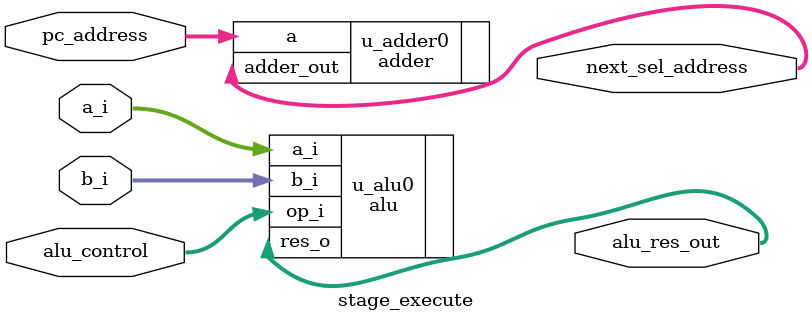
<source format=sv>
module stage_execute (
    input wire [31:0] a_i,
    input wire [31:0] b_i,
    input wire [ 3:0] alu_control,
    input wire [31:0] pc_address,

    output wire [31:0] alu_res_out,
    output wire [31:0] next_sel_address
);

  // ALU
  alu u_alu0 (
      .a_i  (a_i),
      .b_i  (b_i),
      .op_i (alu_control),
      .res_o(alu_res_out)
  );
  //adder
  adder u_adder0 (
      .a(pc_address),
      .adder_out(next_sel_address)
  );
endmodule


</source>
